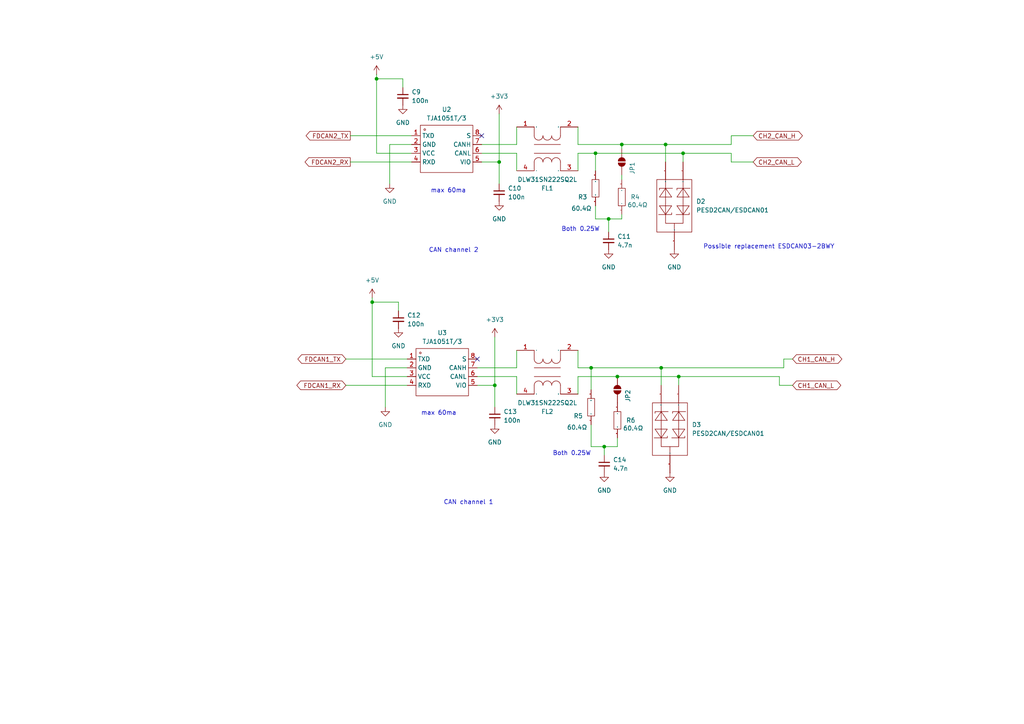
<source format=kicad_sch>
(kicad_sch (version 20250114) (generator "eeschema") (generator_version "9.0")
  (paper "A4")
  (title_block (title "2CH CAN  Logger") (rev "1.0"))
  (lib_symbols
    (symbol "Device:C_Small" (pin_numbers (hide yes)) (pin_names (offset 0.254) (hide yes))
      (property "Reference" "C" (at 0.254 1.778 0))
      (property "Value" "C_Small" (at 0.254 -2.032 0))
      (symbol "C_Small_0_1"
        (polyline (pts (xy -1.524 0.508) (xy 1.524 0.508)) (stroke (width 0.3048)))
        (polyline (pts (xy -1.524 -0.508) (xy 1.524 -0.508)) (stroke (width 0.3302)))
      )
      (symbol "C_Small_1_1"
        (pin passive line (at 0 2.54 270) (length 2.032) (name "~") (number "1"))
        (pin passive line (at 0 -2.54 90) (length 2.032) (name "~") (number "2"))
      )
    )
    (symbol "EasyEDA_Lib:1206W4F604JT5E"
      (property "Reference" "R" (at 0 0 0))
      (symbol "1206W4F604JT5E_1_0"
        (rectangle (start -2.54 -1.016) (end 2.54 1.016))
        (pin input line (at -5.08 0 0) (length 2.54) (name "1") (number "1"))
        (pin input line (at 5.08 0 180) (length 2.54) (name "2") (number "2"))
      )
    )
    (symbol "EasyEDA_Lib:DLW31SN222SQ2L"
      (property "Reference" "FL" (at 0 0 0))
      (symbol "DLW31SN222SQ2L_1_0"
        (polyline (pts (xy -5.08 7.62) (xy -5.08 5.08)))
        (polyline (pts (xy -5.08 2.54) (xy 2.54 2.54)))
        (polyline (pts (xy -5.08 0) (xy 2.54 0)))
        (polyline (pts (xy -5.08 -5.08) (xy -5.08 -2.54)))
        (arc (start -2.54 5.08) (mid -3.81 3.81) (end -5.08 5.08))
        (arc (start -5.08 -2.54) (mid -3.81 -1.27) (end -2.54 -2.54))
        (arc (start 0 5.08) (mid -1.27 3.81) (end -2.54 5.08))
        (arc (start -2.54 -2.54) (mid -1.27 -1.27) (end 0 -2.54))
        (arc (start 2.54 5.08) (mid 1.27 3.81) (end 0 5.08))
        (arc (start 0 -2.54) (mid 1.27 -1.27) (end 2.54 -2.54))
        (polyline (pts (xy 2.54 7.62) (xy 2.54 5.08)))
        (polyline (pts (xy 2.54 -5.08) (xy 2.54 -2.54)))
        (pin unspecified line (at -10.16 7.62 0) (length 5.08) (name "4") (number "4"))
        (pin unspecified line (at -10.16 -5.08 0) (length 5.08) (name "1") (number "1"))
        (pin unspecified line (at 7.62 7.62 180) (length 5.08) (name "3") (number "3"))
        (pin unspecified line (at 7.62 -5.08 180) (length 5.08) (name "2") (number "2"))
      )
    )
    (symbol "EasyEDA_Lib:PESD2CAN,215"
      (property "Reference" "D" (at 0 0 0))
      (symbol "PESD2CAN,215_1_0"
        (rectangle (start -7.62 5.08) (end 7.62 -5.08))
        (polyline (pts (xy -7.62 2.54) (xy 5.08 2.54) (xy 5.08 2.54) (xy 5.08 -2.54) (xy 5.08 -2.54) (xy -7.62 -2.54)))
        (polyline (pts (xy -5.08 4.572) (xy -5.08 0.762) (xy -5.08 0.762) (xy -4.572 0.762)))
        (polyline (pts (xy -5.08 -0.508) (xy -5.08 -4.318) (xy -5.08 -4.318) (xy -4.572 -4.318)))
        (polyline (pts (xy -2.54 4.318) (xy -5.08 2.54) (xy -5.08 2.54) (xy -2.54 0.762) (xy -2.54 0.762) (xy -2.54 4.318)))
        (polyline (pts (xy -2.54 -0.762) (xy -5.08 -2.54) (xy -5.08 -2.54) (xy -2.54 -4.318) (xy -2.54 -4.318) (xy -2.54 -0.762)))
        (polyline (pts (xy 0 0.762) (xy 2.54 2.54) (xy 2.54 2.54) (xy 0 4.318) (xy 0 4.318) (xy 0 0.762)))
        (polyline (pts (xy 0 -4.318) (xy 2.54 -2.54) (xy 2.54 -2.54) (xy 0 -0.762) (xy 0 -0.762) (xy 0 -4.318)))
        (polyline (pts (xy 2.54 0.508) (xy 2.54 4.318) (xy 2.54 4.318) (xy 2.032 4.318)))
        (polyline (pts (xy 2.54 -4.572) (xy 2.54 -0.762) (xy 2.54 -0.762) (xy 2.032 -0.762)))
        (polyline (pts (xy 7.62 0) (xy 5.08 0)))
        (pin unspecified line (at -12.7 2.54 0) (length 5.08) (name "1") (number "1"))
        (pin unspecified line (at -12.7 -2.54 0) (length 5.08) (name "2") (number "2"))
        (pin unspecified line (at 12.7 0 180) (length 5.08) (name "3") (number "3"))
      )
    )
    (symbol "EasyEDA_Lib:TJA1051T/3/1J"
      (property "Reference" "U" (at 0 0 0))
      (symbol "TJA1051T/3/1J_1_0"
        (rectangle (start -7.62 -6.858) (end 7.62 6.858))
        (circle (center -6.35 5.588) (radius 0.254))
        (pin unspecified line (at -10.16 3.81 0) (length 2.54) (name "TXD") (number "1"))
        (pin unspecified line (at -10.16 1.27 0) (length 2.54) (name "GND") (number "2"))
        (pin unspecified line (at -10.16 -1.27 0) (length 2.54) (name "VCC") (number "3"))
        (pin unspecified line (at -10.16 -3.81 0) (length 2.54) (name "RXD") (number "4"))
        (pin unspecified line (at 10.16 3.81 180) (length 2.54) (name "S") (number "8"))
        (pin unspecified line (at 10.16 1.27 180) (length 2.54) (name "CANH") (number "7"))
        (pin unspecified line (at 10.16 -1.27 180) (length 2.54) (name "CANL") (number "6"))
        (pin unspecified line (at 10.16 -3.81 180) (length 2.54) (name "VIO") (number "5"))
      )
    )
    (symbol "Jumper:SolderJumper_2_Open" (pin_numbers (hide yes)) (pin_names (offset 0) (hide yes)) (in_bom no)
      (property "Reference" "JP" (at 0 2.032 0))
      (property "Value" "SolderJumper_2_Open" (at 0 -2.54 0))
      (symbol "SolderJumper_2_Open_0_1"
        (polyline (pts (xy -0.254 1.016) (xy -0.254 -1.016)))
        (arc (start -0.254 -1.016) (mid -1.2656 0) (end -0.254 1.016))
        (arc (start -0.254 -1.016) (mid -1.2656 0) (end -0.254 1.016) (fill (type outline)))
        (arc (start 0.254 1.016) (mid 1.2656 0) (end 0.254 -1.016))
        (arc (start 0.254 1.016) (mid 1.2656 0) (end 0.254 -1.016) (fill (type outline)))
        (polyline (pts (xy 0.254 1.016) (xy 0.254 -1.016)))
      )
      (symbol "SolderJumper_2_Open_1_1"
        (pin passive line (at -3.81 0 0) (length 2.54) (name "A") (number "1"))
        (pin passive line (at 3.81 0 180) (length 2.54) (name "B") (number "2"))
      )
    )
    (symbol "power:+3V3" (power) (pin_numbers (hide yes)) (pin_names (offset 0) (hide yes))
      (property "Value" "+3V3" (at 0 3.556 0))
      (symbol "+3V3_0_1"
        (polyline (pts (xy -0.762 1.27) (xy 0 2.54)))
        (polyline (pts (xy 0 2.54) (xy 0.762 1.27)))
        (polyline (pts (xy 0 0) (xy 0 2.54)))
      )
      (symbol "+3V3_1_1"
        (pin power_in line (at 0 0 90) (length 0) (name "~") (number "1"))
      )
    )
    (symbol "power:+5V" (power) (pin_numbers (hide yes)) (pin_names (offset 0) (hide yes))
      (property "Value" "+5V" (at 0 3.556 0))
      (symbol "+5V_0_1"
        (polyline (pts (xy -0.762 1.27) (xy 0 2.54)))
        (polyline (pts (xy 0 2.54) (xy 0.762 1.27)))
        (polyline (pts (xy 0 0) (xy 0 2.54)))
      )
      (symbol "+5V_1_1"
        (pin power_in line (at 0 0 90) (length 0) (name "~") (number "1"))
      )
    )
    (symbol "power:GND" (power) (pin_numbers (hide yes)) (pin_names (offset 0) (hide yes))
      (property "Value" "GND" (at 0 -3.81 0))
      (symbol "GND_0_1"
        (polyline (pts (xy 0 0) (xy 0 -1.27) (xy 1.27 -1.27) (xy 0 -2.54) (xy -1.27 -1.27) (xy 0 -1.27)))
      )
      (symbol "GND_1_1"
        (pin power_in line (at 0 0 270) (length 0) (name "~") (number "1"))
      )
    )
  )
  (text "Both 0.25W" (at 165.862 131.572 0) (effects (font (size 1.27 1.27))))
  (text "max 60ma" (at 127.254 119.888 0) (effects (font (size 1.27 1.27))))
  (text "CAN channel 2" (at 131.572 72.644 0) (effects (font (size 1.27 1.27))))
  (text "max 60ma" (at 130.048 55.372 0) (effects (font (size 1.27 1.27))))
  (text "Both 0.25W" (at 168.402 66.548 0) (effects (font (size 1.27 1.27))))
  (text "Possible replacement ESDCAN03-2BWY" (at 223.012 71.628 0) (effects (font (size 1.27 1.27))))
  (text "CAN channel 1" (at 135.89 145.796 0) (effects (font (size 1.27 1.27))))
  (junction (at 171.45 106.68))
  (junction (at 172.72 44.45))
  (junction (at 193.04 41.91))
  (junction (at 196.85 109.22))
  (junction (at 180.34 41.91))
  (junction (at 107.95 87.63))
  (junction (at 144.78 46.99))
  (junction (at 143.51 111.76))
  (junction (at 198.12 44.45))
  (junction (at 176.53 63.5))
  (junction (at 179.07 109.22))
  (junction (at 191.77 106.68))
  (junction (at 175.26 129.54))
  (junction (at 109.22 22.86))
  (no_connect (at 139.7 39.37))
  (no_connect (at 138.43 104.14))
  (wire (pts (xy 109.22 22.86) (xy 109.22 21.59)))
  (wire (pts (xy 167.64 41.91) (xy 180.34 41.91)))
  (wire (pts (xy 149.86 36.83) (xy 149.86 41.91)))
  (wire (pts (xy 226.06 111.76) (xy 226.06 109.22)))
  (wire (pts (xy 167.64 36.83) (xy 167.64 41.91)))
  (wire (pts (xy 149.86 106.68) (xy 138.43 106.68)))
  (wire (pts (xy 149.86 101.6) (xy 149.86 106.68)))
  (wire (pts (xy 101.6 46.99) (xy 119.38 46.99)))
  (wire (pts (xy 172.72 63.5) (xy 176.53 63.5)))
  (wire (pts (xy 113.03 41.91) (xy 113.03 53.34)))
  (wire (pts (xy 100.33 104.14) (xy 118.11 104.14)))
  (wire (pts (xy 175.26 129.54) (xy 175.26 132.08)))
  (wire (pts (xy 180.34 62.23) (xy 180.34 63.5)))
  (wire (pts (xy 143.51 97.79) (xy 143.51 111.76)))
  (wire (pts (xy 198.12 44.45) (xy 198.12 46.99)))
  (wire (pts (xy 167.64 101.6) (xy 167.64 106.68)))
  (wire (pts (xy 180.34 41.91) (xy 193.04 41.91)))
  (wire (pts (xy 109.22 44.45) (xy 109.22 22.86)))
  (wire (pts (xy 167.64 114.3) (xy 167.64 109.22)))
  (wire (pts (xy 179.07 129.54) (xy 179.07 127)))
  (wire (pts (xy 167.64 109.22) (xy 179.07 109.22)))
  (wire (pts (xy 218.44 46.99) (xy 212.09 46.99)))
  (wire (pts (xy 176.53 63.5) (xy 176.53 67.31)))
  (wire (pts (xy 149.86 109.22) (xy 149.86 114.3)))
  (wire (pts (xy 172.72 44.45) (xy 172.72 49.53)))
  (wire (pts (xy 212.09 46.99) (xy 212.09 44.45)))
  (wire (pts (xy 171.45 129.54) (xy 175.26 129.54)))
  (wire (pts (xy 196.85 109.22) (xy 196.85 111.76)))
  (wire (pts (xy 198.12 44.45) (xy 212.09 44.45)))
  (wire (pts (xy 107.95 87.63) (xy 107.95 86.36)))
  (wire (pts (xy 171.45 123.19) (xy 171.45 129.54)))
  (wire (pts (xy 116.84 25.4) (xy 116.84 22.86)))
  (wire (pts (xy 167.64 106.68) (xy 171.45 106.68)))
  (wire (pts (xy 119.38 44.45) (xy 109.22 44.45)))
  (wire (pts (xy 144.78 33.02) (xy 144.78 46.99)))
  (wire (pts (xy 118.11 106.68) (xy 111.76 106.68)))
  (wire (pts (xy 229.87 104.14) (xy 227.33 104.14)))
  (wire (pts (xy 115.57 87.63) (xy 107.95 87.63)))
  (wire (pts (xy 193.04 41.91) (xy 212.09 41.91)))
  (wire (pts (xy 149.86 41.91) (xy 139.7 41.91)))
  (wire (pts (xy 226.06 109.22) (xy 196.85 109.22)))
  (wire (pts (xy 167.64 44.45) (xy 172.72 44.45)))
  (wire (pts (xy 212.09 39.37) (xy 212.09 41.91)))
  (wire (pts (xy 107.95 109.22) (xy 107.95 87.63)))
  (wire (pts (xy 143.51 111.76) (xy 138.43 111.76)))
  (wire (pts (xy 193.04 41.91) (xy 193.04 46.99)))
  (wire (pts (xy 171.45 106.68) (xy 171.45 113.03)))
  (wire (pts (xy 144.78 46.99) (xy 139.7 46.99)))
  (wire (pts (xy 180.34 63.5) (xy 176.53 63.5)))
  (wire (pts (xy 118.11 109.22) (xy 107.95 109.22)))
  (wire (pts (xy 191.77 106.68) (xy 191.77 111.76)))
  (wire (pts (xy 171.45 106.68) (xy 191.77 106.68)))
  (wire (pts (xy 172.72 59.69) (xy 172.72 63.5)))
  (wire (pts (xy 227.33 104.14) (xy 227.33 106.68)))
  (wire (pts (xy 111.76 106.68) (xy 111.76 118.11)))
  (wire (pts (xy 212.09 39.37) (xy 218.44 39.37)))
  (wire (pts (xy 180.34 50.8) (xy 180.34 52.07)))
  (wire (pts (xy 139.7 44.45) (xy 149.86 44.45)))
  (wire (pts (xy 179.07 129.54) (xy 175.26 129.54)))
  (wire (pts (xy 167.64 49.53) (xy 167.64 44.45)))
  (wire (pts (xy 119.38 41.91) (xy 113.03 41.91)))
  (wire (pts (xy 179.07 109.22) (xy 196.85 109.22)))
  (wire (pts (xy 144.78 53.34) (xy 144.78 46.99)))
  (wire (pts (xy 227.33 106.68) (xy 191.77 106.68)))
  (wire (pts (xy 172.72 44.45) (xy 198.12 44.45)))
  (wire (pts (xy 149.86 44.45) (xy 149.86 49.53)))
  (wire (pts (xy 101.6 39.37) (xy 119.38 39.37)))
  (wire (pts (xy 115.57 90.17) (xy 115.57 87.63)))
  (wire (pts (xy 180.34 41.91) (xy 180.34 43.18)))
  (wire (pts (xy 116.84 22.86) (xy 109.22 22.86)))
  (wire (pts (xy 229.87 111.76) (xy 226.06 111.76)))
  (wire (pts (xy 143.51 118.11) (xy 143.51 111.76)))
  (wire (pts (xy 138.43 109.22) (xy 149.86 109.22)))
  (wire (pts (xy 100.33 111.76) (xy 118.11 111.76)))
  (global_label "CH2_CAN_L" (shape bidirectional) (at 218.44 46.99 0) (property "Intersheetrefs" "${INTERSHEET_REFS}" (effects (hide yes))))
  (global_label "FDCAN2_TX" (shape output) (at 101.6 39.37 180) (property "Intersheetrefs" "${INTERSHEET_REFS}" (effects (hide yes))))
  (global_label "CH1_CAN_L" (shape bidirectional) (at 229.87 111.76 0) (property "Intersheetrefs" "${INTERSHEET_REFS}" (effects (hide yes))))
  (global_label "FDCAN1_TX" (shape bidirectional) (at 100.33 104.14 180) (property "Intersheetrefs" "${INTERSHEET_REFS}" (effects (hide yes))))
  (global_label "FDCAN2_RX" (shape output) (at 101.6 46.99 180) (property "Intersheetrefs" "${INTERSHEET_REFS}" (effects (hide yes))))
  (global_label "CH2_CAN_H" (shape bidirectional) (at 218.44 39.37 0) (property "Intersheetrefs" "${INTERSHEET_REFS}" (effects (hide yes))))
  (global_label "CH1_CAN_H" (shape bidirectional) (at 229.87 104.14 0) (property "Intersheetrefs" "${INTERSHEET_REFS}" (effects (hide yes))))
  (global_label "FDCAN1_RX" (shape bidirectional) (at 100.33 111.76 180) (property "Intersheetrefs" "${INTERSHEET_REFS}" (effects (hide yes))))
  (symbol (lib_id "power:GND") (at 176.53 72.39 0) (unit 1)
    (property "Reference" "#PWR017" (effects (hide yes)))
    (property "Value" "GND" (at 176.53 77.47 0))
    (property "Description" "Power symbol creates a global label with name \"GND\" , ground" (effects (hide yes)))
  )
  (symbol (lib_id "power:+5V") (at 107.95 86.36 0) (unit 1)
    (property "Reference" "#PWR019" (effects (hide yes)))
    (property "Value" "+5V" (at 107.95 81.28 0))
    (property "Description" "Power symbol creates a global label with name \"+5V\"" (effects (hide yes)))
  )
  (symbol (lib_id "EasyEDA_Lib:DLW31SN222SQ2L") (at 160.02 106.68 0) (mirror x) (unit 1)
    (property "Reference" "FL2" (at 158.75 119.38 0))
    (property "Value" "DLW31SN222SQ2L" (at 158.75 116.84 0))
    (property "Footprint" "canlogger_custom_lib:FILTER-SMD_4P-L3.2-W1.6-BL_DLW31SN222SQ2L" (effects (hide yes)))
    (property "Datasheet" "https://item.szlcsc.com/datasheet/DLW31SN222SQ2L/92783.html" (effects (hide yes)))
    (property "Description" "Number of Lines:2 Voltage Withstand:125V Current Rating:200mA Impedance @ Frequency:2.2kΩ@100MHz Voltage Rating - DC:50V DC Resistance(DCR):1.2Ω Operating Temperature:-40°C~+85°C Operating Temperature:-40°C~+85°C Insulation Resistance(IR):10MΩ" (effects (hide yes)))
    (property "Manufacturer Part" "DLW31SN222SQ2L" (effects (hide yes)))
    (property "Manufacturer" "muRata(村田)" (effects (hide yes)))
    (property "Supplier Part" "C91594" (effects (hide yes)))
    (property "Supplier" "LCSC" (effects (hide yes)))
    (property "LCSC Part Name" "两路 贴片共模滤波器 阻抗2.2kΩ@100MHz" (effects (hide yes)))
  )
  (symbol (lib_id "EasyEDA_Lib:1206W4F604JT5E") (at 171.45 118.11 90) (unit 1)
    (property "Reference" "R5" (at 166.37 120.65 90) (effects (justify right)))
    (property "Value" "60.4Ω" (at 167.386 123.952 90))
    (property "Footprint" "EasyEDA_Lib:R1206" (effects (hide yes)))
    (property "Datasheet" "https://atta.szlcsc.com/upload/public/pdf/source/20200306/C422600_1E6D84923E4A46A82E41ADD87F860B5C.pdf" (effects (hide yes)))
    (property "Description" "Type:Thick Film Resistors Resistance:60.4Ω Tolerance:±1% Tolerance:±1% Power(Watts): Overload Voltage (Max): Temperature Coefficient:±200ppm/°C Temperature Coefficient:±200ppm/°C Operating Temperature Range:-55°C~+155°C Operating Temperature Range:-55°C~+155°C" (effects (hide yes)))
    (property "Manufacturer Part" "1206W4F604JT5E" (effects (hide yes)))
    (property "Manufacturer" "UNI-ROYAL(厚声)" (effects (hide yes)))
    (property "Supplier Part" "C57572" (effects (hide yes)))
    (property "Supplier" "LCSC" (effects (hide yes)))
    (property "LCSC Part Name" "60.4Ω ±1% 250mW 厚膜电阻" (effects (hide yes)))
  )
  (symbol (lib_id "Device:C_Small") (at 116.84 27.94 0) (unit 1)
    (property "Reference" "C9" (at 119.38 26.6762 0) (effects (justify left)))
    (property "Value" "100n" (at 119.38 29.2162 0) (effects (justify left)))
    (property "Footprint" "EasyEDA_Lib:C0603" (effects (hide yes)))
    (property "Description" "Unpolarized capacitor, small symbol" (effects (hide yes)))
    (property "Supplier" "LCSC" (effects (hide yes)))
    (property "Supplier Part" "C14663" (effects (hide yes)))
  )
  (symbol (lib_id "EasyEDA_Lib:DLW31SN222SQ2L") (at 160.02 41.91 0) (mirror x) (unit 1)
    (property "Reference" "FL1" (at 158.75 54.61 0))
    (property "Value" "DLW31SN222SQ2L" (at 158.75 52.07 0))
    (property "Footprint" "canlogger_custom_lib:FILTER-SMD_4P-L3.2-W1.6-BL_DLW31SN222SQ2L" (effects (hide yes)))
    (property "Datasheet" "https://item.szlcsc.com/datasheet/DLW31SN222SQ2L/92783.html" (effects (hide yes)))
    (property "Description" "Number of Lines:2 Voltage Withstand:125V Current Rating:200mA Impedance @ Frequency:2.2kΩ@100MHz Voltage Rating - DC:50V DC Resistance(DCR):1.2Ω Operating Temperature:-40°C~+85°C Operating Temperature:-40°C~+85°C Insulation Resistance(IR):10MΩ" (effects (hide yes)))
    (property "Manufacturer Part" "DLW31SN222SQ2L" (effects (hide yes)))
    (property "Manufacturer" "muRata(村田)" (effects (hide yes)))
    (property "Supplier Part" "C91594" (effects (hide yes)))
    (property "Supplier" "LCSC" (effects (hide yes)))
    (property "LCSC Part Name" "两路 贴片共模滤波器 阻抗2.2kΩ@100MHz" (effects (hide yes)))
  )
  (symbol (lib_id "EasyEDA_Lib:PESD2CAN,215") (at 195.58 59.69 270) (unit 1)
    (property "Reference" "D2" (at 201.93 58.4199 90) (effects (justify left)))
    (property "Value" "PESD2CAN/ESDCAN01" (at 201.93 60.9599 90) (effects (justify left)))
    (property "Footprint" "EasyEDA_Lib:SOT-23-3_L2.9-W1.3-P1.90-LS2.4-BR" (effects (hide yes)))
    (property "Datasheet" "https://item.szlcsc.com/datasheet/PESD2CAN%252C215/76300.html" (effects (hide yes)))
    (property "Description" "Polarity:Bidirectional Reverse Stand-Off Voltage (Vrwm):24V Clamping Voltage:41V Peak Pulse Current (Ipp):5A@8/20us Peak Pulse Power Dissipation (Ppp):230W@8/20us Voltage - Breakdown:28V Reverse Leakage Current (Ir):1nA Number of Channels:2 Operating Temp" (effects (hide yes)))
    (property "Manufacturer Part" "PESD2CAN,215" (effects (hide yes)))
    (property "Manufacturer" "Nexperia(安世)" (effects (hide yes)))
    (property "Supplier Part" "C75176" (effects (hide yes)))
    (property "Supplier" "LCSC" (effects (hide yes)))
    (property "LCSC Part Name" "双向ESD 24V截止 峰值脉冲电流：5A@8/20us" (effects (hide yes)))
  )
  (symbol (lib_id "power:GND") (at 143.51 123.19 0) (unit 1)
    (property "Reference" "#PWR023" (effects (hide yes)))
    (property "Value" "GND" (at 143.51 128.27 0))
    (property "Description" "Power symbol creates a global label with name \"GND\" , ground" (effects (hide yes)))
  )
  (symbol (lib_id "power:GND") (at 175.26 137.16 0) (unit 1)
    (property "Reference" "#PWR024" (effects (hide yes)))
    (property "Value" "GND" (at 175.26 142.24 0))
    (property "Description" "Power symbol creates a global label with name \"GND\" , ground" (effects (hide yes)))
  )
  (symbol (lib_id "Jumper:SolderJumper_2_Open") (at 180.34 46.99 90) (unit 1) (in_bom no)
    (property "Reference" "JP1" (at 183.388 48.768 0))
    (property "Value" "SolderJumper_2_Open" (effects (hide yes)))
    (property "Footprint" "Jumper:SolderJumper-2_P1.3mm_Open_RoundedPad1.0x1.5mm" (effects (hide yes)))
    (property "Description" "Solder Jumper, 2-pole, open" (effects (hide yes)))
  )
  (symbol (lib_id "power:GND") (at 195.58 72.39 0) (unit 1)
    (property "Reference" "#PWR018" (effects (hide yes)))
    (property "Value" "GND" (at 195.58 77.47 0))
    (property "Description" "Power symbol creates a global label with name \"GND\" , ground" (effects (hide yes)))
  )
  (symbol (lib_id "Device:C_Small") (at 115.57 92.71 0) (unit 1)
    (property "Reference" "C12" (at 118.11 91.4462 0) (effects (justify left)))
    (property "Value" "100n" (at 118.11 93.9862 0) (effects (justify left)))
    (property "Footprint" "EasyEDA_Lib:C0603" (effects (hide yes)))
    (property "Description" "Unpolarized capacitor, small symbol" (effects (hide yes)))
    (property "Supplier" "LCSC" (effects (hide yes)))
    (property "Supplier Part" "C14663" (effects (hide yes)))
  )
  (symbol (lib_id "EasyEDA_Lib:TJA1051T/3/1J") (at 129.54 43.18 0) (unit 1)
    (property "Reference" "U2" (at 129.54 31.75 0))
    (property "Value" "TJA1051T/3" (at 129.54 34.29 0))
    (property "Footprint" "EasyEDA_Lib:SOIC-8_L4.9-W3.9-P1.27-LS6.0-BL" (effects (hide yes)))
    (property "Datasheet" "https://www.nxp.com/docs/en/data-sheet/TJA1051.pdf" (effects (hide yes)))
    (property "Description" "Type: Data Rate:5Mbps Supply Voltage:4.5V~5.5V Supply Voltage:4.5V~5.5V Supply Current:5mA Operating Temperature:-40°C~+150°C Operating Temperature:-40°C~+150°C" (effects (hide yes)))
    (property "Manufacturer Part" "TJA1051T/3/1J" (effects (hide yes)))
    (property "Manufacturer" "NXP(恩智浦)" (effects (hide yes)))
    (property "Supplier Part" "C38695" (effects (hide yes)))
    (property "Supplier" "LCSC" (effects (hide yes)))
    (property "LCSC Part Name" "TJA1051T/3/1J" (effects (hide yes)))
  )
  (symbol (lib_id "Device:C_Small") (at 144.78 55.88 0) (unit 1)
    (property "Reference" "C10" (at 147.32 54.6162 0) (effects (justify left)))
    (property "Value" "100n" (at 147.32 57.1562 0) (effects (justify left)))
    (property "Footprint" "EasyEDA_Lib:C0603" (effects (hide yes)))
    (property "Description" "Unpolarized capacitor, small symbol" (effects (hide yes)))
    (property "Supplier" "LCSC" (effects (hide yes)))
    (property "Supplier Part" "C14663" (effects (hide yes)))
  )
  (symbol (lib_id "Device:C_Small") (at 143.51 120.65 0) (unit 1)
    (property "Reference" "C13" (at 146.05 119.3862 0) (effects (justify left)))
    (property "Value" "100n" (at 146.05 121.9262 0) (effects (justify left)))
    (property "Footprint" "EasyEDA_Lib:C0603" (effects (hide yes)))
    (property "Description" "Unpolarized capacitor, small symbol" (effects (hide yes)))
    (property "Supplier" "LCSC" (effects (hide yes)))
    (property "Supplier Part" "C14663" (effects (hide yes)))
  )
  (symbol (lib_id "Device:C_Small") (at 175.26 134.62 0) (unit 1)
    (property "Reference" "C14" (at 177.8 133.3562 0) (effects (justify left)))
    (property "Value" "4.7n" (at 177.8 135.8962 0) (effects (justify left)))
    (property "Footprint" "EasyEDA_Lib:C0603" (effects (hide yes)))
    (property "Description" "Unpolarized capacitor, small symbol" (effects (hide yes)))
    (property "Supplier" "LCSC" (effects (hide yes)))
    (property "Supplier Part" "C53987" (effects (hide yes)))
  )
  (symbol (lib_id "power:GND") (at 116.84 30.48 0) (unit 1)
    (property "Reference" "#PWR013" (effects (hide yes)))
    (property "Value" "GND" (at 116.84 35.56 0))
    (property "Description" "Power symbol creates a global label with name \"GND\" , ground" (effects (hide yes)))
  )
  (symbol (lib_id "power:+3V3") (at 144.78 33.02 0) (unit 1)
    (property "Reference" "#PWR014" (effects (hide yes)))
    (property "Value" "+3V3" (at 144.78 27.94 0))
    (property "Description" "Power symbol creates a global label with name \"+3V3\"" (effects (hide yes)))
  )
  (symbol (lib_id "power:GND") (at 115.57 95.25 0) (unit 1)
    (property "Reference" "#PWR020" (effects (hide yes)))
    (property "Value" "GND" (at 115.57 100.33 0))
    (property "Description" "Power symbol creates a global label with name \"GND\" , ground" (effects (hide yes)))
  )
  (symbol (lib_id "power:GND") (at 194.31 137.16 0) (unit 1)
    (property "Reference" "#PWR025" (effects (hide yes)))
    (property "Value" "GND" (at 194.31 142.24 0))
    (property "Description" "Power symbol creates a global label with name \"GND\" , ground" (effects (hide yes)))
  )
  (symbol (lib_id "power:GND") (at 144.78 58.42 0) (unit 1)
    (property "Reference" "#PWR016" (effects (hide yes)))
    (property "Value" "GND" (at 144.78 63.5 0))
    (property "Description" "Power symbol creates a global label with name \"GND\" , ground" (effects (hide yes)))
  )
  (symbol (lib_id "power:GND") (at 111.76 118.11 0) (unit 1)
    (property "Reference" "#PWR022" (effects (hide yes)))
    (property "Value" "GND" (at 111.76 123.19 0))
    (property "Description" "Power symbol creates a global label with name \"GND\" , ground" (effects (hide yes)))
  )
  (symbol (lib_id "power:+3V3") (at 143.51 97.79 0) (unit 1)
    (property "Reference" "#PWR021" (effects (hide yes)))
    (property "Value" "+3V3" (at 143.51 92.71 0))
    (property "Description" "Power symbol creates a global label with name \"+3V3\"" (effects (hide yes)))
  )
  (symbol (lib_id "EasyEDA_Lib:1206W4F604JT5E") (at 179.07 121.92 90) (unit 1)
    (property "Reference" "R6" (at 181.61 121.9199 90) (effects (justify right)))
    (property "Value" "60.4Ω" (at 183.642 124.206 90))
    (property "Footprint" "EasyEDA_Lib:R1206" (effects (hide yes)))
    (property "Datasheet" "https://atta.szlcsc.com/upload/public/pdf/source/20200306/C422600_1E6D84923E4A46A82E41ADD87F860B5C.pdf" (effects (hide yes)))
    (property "Description" "Type:Thick Film Resistors Resistance:60.4Ω Tolerance:±1% Tolerance:±1% Power(Watts): Overload Voltage (Max): Temperature Coefficient:±200ppm/°C Temperature Coefficient:±200ppm/°C Operating Temperature Range:-55°C~+155°C Operating Temperature Range:-55°C~+155°C" (effects (hide yes)))
    (property "Manufacturer Part" "1206W4F604JT5E" (effects (hide yes)))
    (property "Manufacturer" "UNI-ROYAL(厚声)" (effects (hide yes)))
    (property "Supplier Part" "C57572" (effects (hide yes)))
    (property "Supplier" "LCSC" (effects (hide yes)))
    (property "LCSC Part Name" "60.4Ω ±1% 250mW 厚膜电阻" (effects (hide yes)))
  )
  (symbol (lib_id "Device:C_Small") (at 176.53 69.85 0) (unit 1)
    (property "Reference" "C11" (at 179.07 68.5862 0) (effects (justify left)))
    (property "Value" "4.7n" (at 179.07 71.1262 0) (effects (justify left)))
    (property "Footprint" "EasyEDA_Lib:C0603" (effects (hide yes)))
    (property "Description" "Unpolarized capacitor, small symbol" (effects (hide yes)))
    (property "Supplier" "LCSC" (effects (hide yes)))
    (property "Supplier Part" "C53987" (effects (hide yes)))
  )
  (symbol (lib_id "power:GND") (at 113.03 53.34 0) (unit 1)
    (property "Reference" "#PWR015" (effects (hide yes)))
    (property "Value" "GND" (at 113.03 58.42 0))
    (property "Description" "Power symbol creates a global label with name \"GND\" , ground" (effects (hide yes)))
  )
  (symbol (lib_id "EasyEDA_Lib:TJA1051T/3/1J") (at 128.27 107.95 0) (unit 1)
    (property "Reference" "U3" (at 128.27 96.52 0))
    (property "Value" "TJA1051T/3" (at 128.27 99.06 0))
    (property "Footprint" "EasyEDA_Lib:SOIC-8_L4.9-W3.9-P1.27-LS6.0-BL" (effects (hide yes)))
    (property "Datasheet" "https://www.nxp.com/docs/en/data-sheet/TJA1051.pdf" (effects (hide yes)))
    (property "Description" "Type: Data Rate:5Mbps Supply Voltage:4.5V~5.5V Supply Voltage:4.5V~5.5V Supply Current:5mA Operating Temperature:-40°C~+150°C Operating Temperature:-40°C~+150°C" (effects (hide yes)))
    (property "Manufacturer Part" "TJA1051T/3/1J" (effects (hide yes)))
    (property "Manufacturer" "NXP(恩智浦)" (effects (hide yes)))
    (property "Supplier Part" "C38695" (effects (hide yes)))
    (property "Supplier" "LCSC" (effects (hide yes)))
    (property "LCSC Part Name" "TJA1051T/3/1J" (effects (hide yes)))
  )
  (symbol (lib_id "EasyEDA_Lib:1206W4F604JT5E") (at 180.34 57.15 90) (unit 1)
    (property "Reference" "R4" (at 182.88 57.1499 90) (effects (justify right)))
    (property "Value" "60.4Ω" (at 184.912 59.436 90))
    (property "Footprint" "EasyEDA_Lib:R1206" (effects (hide yes)))
    (property "Datasheet" "https://atta.szlcsc.com/upload/public/pdf/source/20200306/C422600_1E6D84923E4A46A82E41ADD87F860B5C.pdf" (effects (hide yes)))
    (property "Description" "Type:Thick Film Resistors Resistance:60.4Ω Tolerance:±1% Tolerance:±1% Power(Watts): Overload Voltage (Max): Temperature Coefficient:±200ppm/°C Temperature Coefficient:±200ppm/°C Operating Temperature Range:-55°C~+155°C Operating Temperature Range:-55°C~+155°C" (effects (hide yes)))
    (property "Manufacturer Part" "1206W4F604JT5E" (effects (hide yes)))
    (property "Manufacturer" "UNI-ROYAL(厚声)" (effects (hide yes)))
    (property "Supplier Part" "C57572" (effects (hide yes)))
    (property "Supplier" "LCSC" (effects (hide yes)))
    (property "LCSC Part Name" "60.4Ω ±1% 250mW 厚膜电阻" (effects (hide yes)))
  )
  (symbol (lib_id "EasyEDA_Lib:1206W4F604JT5E") (at 172.72 54.61 90) (unit 1)
    (property "Reference" "R3" (at 167.64 57.15 90) (effects (justify right)))
    (property "Value" "60.4Ω" (at 168.656 60.452 90))
    (property "Footprint" "EasyEDA_Lib:R1206" (effects (hide yes)))
    (property "Datasheet" "https://atta.szlcsc.com/upload/public/pdf/source/20200306/C422600_1E6D84923E4A46A82E41ADD87F860B5C.pdf" (effects (hide yes)))
    (property "Description" "Type:Thick Film Resistors Resistance:60.4Ω Tolerance:±1% Tolerance:±1% Power(Watts): Overload Voltage (Max): Temperature Coefficient:±200ppm/°C Temperature Coefficient:±200ppm/°C Operating Temperature Range:-55°C~+155°C Operating Temperature Range:-55°C~+155°C" (effects (hide yes)))
    (property "Manufacturer Part" "1206W4F604JT5E" (effects (hide yes)))
    (property "Manufacturer" "UNI-ROYAL(厚声)" (effects (hide yes)))
    (property "Supplier Part" "C57572" (effects (hide yes)))
    (property "Supplier" "LCSC" (effects (hide yes)))
    (property "LCSC Part Name" "60.4Ω ±1% 250mW 厚膜电阻" (effects (hide yes)))
  )
  (symbol (lib_id "EasyEDA_Lib:PESD2CAN,215") (at 194.31 124.46 270) (unit 1)
    (property "Reference" "D3" (at 200.66 123.1899 90) (effects (justify left)))
    (property "Value" "PESD2CAN/ESDCAN01" (at 200.66 125.7299 90) (effects (justify left)))
    (property "Footprint" "EasyEDA_Lib:SOT-23-3_L2.9-W1.3-P1.90-LS2.4-BR" (effects (hide yes)))
    (property "Datasheet" "https://item.szlcsc.com/datasheet/PESD2CAN%252C215/76300.html" (effects (hide yes)))
    (property "Description" "Polarity:Bidirectional Reverse Stand-Off Voltage (Vrwm):24V Clamping Voltage:41V Peak Pulse Current (Ipp):5A@8/20us Peak Pulse Power Dissipation (Ppp):230W@8/20us Voltage - Breakdown:28V Reverse Leakage Current (Ir):1nA Number of Channels:2 Operating Temp" (effects (hide yes)))
    (property "Manufacturer Part" "PESD2CAN,215" (effects (hide yes)))
    (property "Manufacturer" "Nexperia(安世)" (effects (hide yes)))
    (property "Supplier Part" "C75176" (effects (hide yes)))
    (property "Supplier" "LCSC" (effects (hide yes)))
    (property "LCSC Part Name" "双向ESD 24V截止 峰值脉冲电流：5A@8/20us" (effects (hide yes)))
  )
  (symbol (lib_id "Jumper:SolderJumper_2_Open") (at 179.07 113.03 90) (unit 1) (in_bom no)
    (property "Reference" "JP2" (at 182.118 114.808 0))
    (property "Value" "SolderJumper_2_Open" (effects (hide yes)))
    (property "Footprint" "Jumper:SolderJumper-2_P1.3mm_Open_RoundedPad1.0x1.5mm" (effects (hide yes)))
    (property "Description" "Solder Jumper, 2-pole, open" (effects (hide yes)))
  )
  (symbol (lib_id "power:+5V") (at 109.22 21.59 0) (unit 1)
    (property "Reference" "#PWR012" (effects (hide yes)))
    (property "Value" "+5V" (at 109.22 16.51 0))
    (property "Description" "Power symbol creates a global label with name \"+5V\"" (effects (hide yes)))
  )
)
</source>
